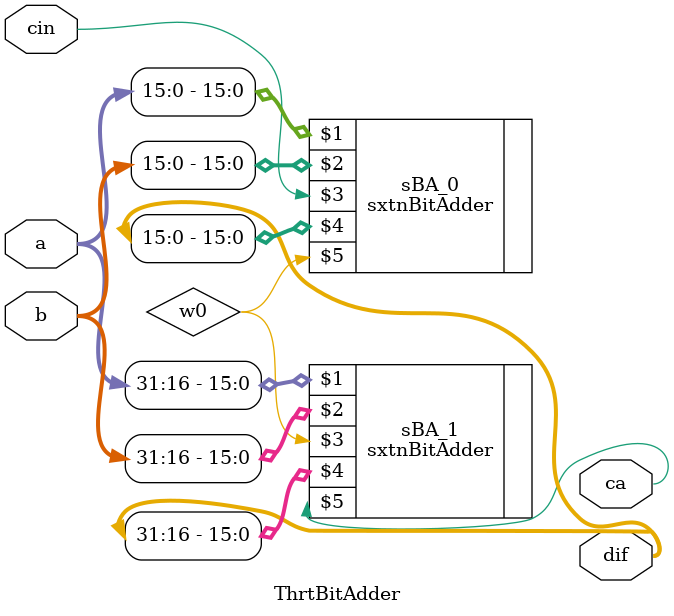
<source format=v>
`include "coe17b024_exp1_16bitadder_v1.v"
module ThrtBitAdder (a,b,cin,dif, ca);
input[31:0] a, b;
input cin;
output[31:0] dif;
output ca;
wire w0;
	
	sxtnBitAdder sBA_0(a[15:0],b[15:0],cin,dif[15:0],w0);
	sxtnBitAdder sBA_1(a[31:16],b[31:16],w0 ,dif[31:16],ca);
	
	
endmodule
</source>
